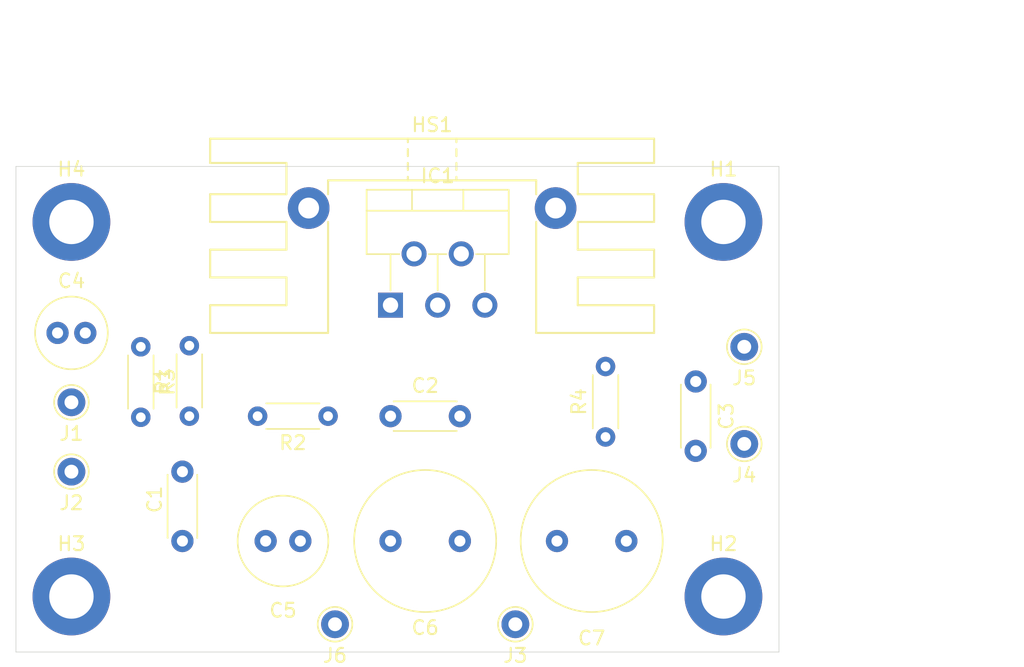
<source format=kicad_pcb>
(kicad_pcb (version 20171130) (host pcbnew "(5.1.5)-3")

  (general
    (thickness 1.6)
    (drawings 6)
    (tracks 0)
    (zones 0)
    (modules 23)
    (nets 11)
  )

  (page A4)
  (layers
    (0 F.Cu signal)
    (31 B.Cu signal)
    (32 B.Adhes user)
    (33 F.Adhes user)
    (34 B.Paste user)
    (35 F.Paste user)
    (36 B.SilkS user)
    (37 F.SilkS user)
    (38 B.Mask user)
    (39 F.Mask user)
    (40 Dwgs.User user)
    (41 Cmts.User user)
    (42 Eco1.User user)
    (43 Eco2.User user)
    (44 Edge.Cuts user)
    (45 Margin user)
    (46 B.CrtYd user)
    (47 F.CrtYd user)
    (48 B.Fab user)
    (49 F.Fab user)
  )

  (setup
    (last_trace_width 0.25)
    (trace_clearance 0.2)
    (zone_clearance 0.508)
    (zone_45_only no)
    (trace_min 0.2)
    (via_size 0.8)
    (via_drill 0.4)
    (via_min_size 0.4)
    (via_min_drill 0.3)
    (uvia_size 0.3)
    (uvia_drill 0.1)
    (uvias_allowed no)
    (uvia_min_size 0.2)
    (uvia_min_drill 0.1)
    (edge_width 0.05)
    (segment_width 0.2)
    (pcb_text_width 0.3)
    (pcb_text_size 1.5 1.5)
    (mod_edge_width 0.12)
    (mod_text_size 1 1)
    (mod_text_width 0.15)
    (pad_size 1.524 1.524)
    (pad_drill 0.762)
    (pad_to_mask_clearance 0.051)
    (solder_mask_min_width 0.25)
    (aux_axis_origin 0 0)
    (visible_elements FFFFFF7F)
    (pcbplotparams
      (layerselection 0x010fc_ffffffff)
      (usegerberextensions false)
      (usegerberattributes false)
      (usegerberadvancedattributes false)
      (creategerberjobfile false)
      (excludeedgelayer true)
      (linewidth 0.100000)
      (plotframeref false)
      (viasonmask false)
      (mode 1)
      (useauxorigin false)
      (hpglpennumber 1)
      (hpglpenspeed 20)
      (hpglpendiameter 15.000000)
      (psnegative false)
      (psa4output false)
      (plotreference true)
      (plotvalue true)
      (plotinvisibletext false)
      (padsonsilk false)
      (subtractmaskfromsilk false)
      (outputformat 1)
      (mirror false)
      (drillshape 1)
      (scaleselection 1)
      (outputdirectory ""))
  )

  (net 0 "")
  (net 1 "Net-(C1-Pad2)")
  (net 2 "Net-(C1-Pad1)")
  (net 3 GNDD)
  (net 4 "Net-(C2-Pad1)")
  (net 5 "Net-(C3-Pad2)")
  (net 6 "Net-(C3-Pad1)")
  (net 7 "Net-(C4-Pad2)")
  (net 8 "Net-(C4-Pad1)")
  (net 9 "Net-(C5-Pad2)")
  (net 10 "Net-(C7-Pad2)")

  (net_class Default "This is the default net class."
    (clearance 0.2)
    (trace_width 0.25)
    (via_dia 0.8)
    (via_drill 0.4)
    (uvia_dia 0.3)
    (uvia_drill 0.1)
    (add_net GNDD)
    (add_net "Net-(C1-Pad1)")
    (add_net "Net-(C1-Pad2)")
    (add_net "Net-(C2-Pad1)")
    (add_net "Net-(C3-Pad1)")
    (add_net "Net-(C3-Pad2)")
    (add_net "Net-(C4-Pad1)")
    (add_net "Net-(C4-Pad2)")
    (add_net "Net-(C5-Pad2)")
    (add_net "Net-(C7-Pad2)")
  )

  (module Resistor_THT:R_Axial_DIN0204_L3.6mm_D1.6mm_P5.08mm_Horizontal (layer F.Cu) (tedit 5AE5139B) (tstamp 5E3E3F49)
    (at 142.5 119.5 90)
    (descr "Resistor, Axial_DIN0204 series, Axial, Horizontal, pin pitch=5.08mm, 0.167W, length*diameter=3.6*1.6mm^2, http://cdn-reichelt.de/documents/datenblatt/B400/1_4W%23YAG.pdf")
    (tags "Resistor Axial_DIN0204 series Axial Horizontal pin pitch 5.08mm 0.167W length 3.6mm diameter 1.6mm")
    (path /5E3F254F)
    (fp_text reference R4 (at 2.54 -1.92 90) (layer F.SilkS)
      (effects (font (size 1 1) (thickness 0.15)))
    )
    (fp_text value 1 (at 2.54 1.92 90) (layer F.Fab)
      (effects (font (size 1 1) (thickness 0.15)))
    )
    (fp_text user %R (at 2.54 0 90) (layer F.Fab)
      (effects (font (size 0.72 0.72) (thickness 0.108)))
    )
    (fp_line (start 6.03 -1.05) (end -0.95 -1.05) (layer F.CrtYd) (width 0.05))
    (fp_line (start 6.03 1.05) (end 6.03 -1.05) (layer F.CrtYd) (width 0.05))
    (fp_line (start -0.95 1.05) (end 6.03 1.05) (layer F.CrtYd) (width 0.05))
    (fp_line (start -0.95 -1.05) (end -0.95 1.05) (layer F.CrtYd) (width 0.05))
    (fp_line (start 0.62 0.92) (end 4.46 0.92) (layer F.SilkS) (width 0.12))
    (fp_line (start 0.62 -0.92) (end 4.46 -0.92) (layer F.SilkS) (width 0.12))
    (fp_line (start 5.08 0) (end 4.34 0) (layer F.Fab) (width 0.1))
    (fp_line (start 0 0) (end 0.74 0) (layer F.Fab) (width 0.1))
    (fp_line (start 4.34 -0.8) (end 0.74 -0.8) (layer F.Fab) (width 0.1))
    (fp_line (start 4.34 0.8) (end 4.34 -0.8) (layer F.Fab) (width 0.1))
    (fp_line (start 0.74 0.8) (end 4.34 0.8) (layer F.Fab) (width 0.1))
    (fp_line (start 0.74 -0.8) (end 0.74 0.8) (layer F.Fab) (width 0.1))
    (pad 2 thru_hole oval (at 5.08 0 90) (size 1.4 1.4) (drill 0.7) (layers *.Cu *.Mask)
      (net 6 "Net-(C3-Pad1)"))
    (pad 1 thru_hole circle (at 0 0 90) (size 1.4 1.4) (drill 0.7) (layers *.Cu *.Mask)
      (net 3 GNDD))
    (model ${KISYS3DMOD}/Resistor_THT.3dshapes/R_Axial_DIN0204_L3.6mm_D1.6mm_P5.08mm_Horizontal.wrl
      (at (xyz 0 0 0))
      (scale (xyz 1 1 1))
      (rotate (xyz 0 0 0))
    )
  )

  (module Resistor_THT:R_Axial_DIN0204_L3.6mm_D1.6mm_P5.08mm_Horizontal (layer F.Cu) (tedit 5AE5139B) (tstamp 5E3E3F3B)
    (at 109 113 270)
    (descr "Resistor, Axial_DIN0204 series, Axial, Horizontal, pin pitch=5.08mm, 0.167W, length*diameter=3.6*1.6mm^2, http://cdn-reichelt.de/documents/datenblatt/B400/1_4W%23YAG.pdf")
    (tags "Resistor Axial_DIN0204 series Axial Horizontal pin pitch 5.08mm 0.167W length 3.6mm diameter 1.6mm")
    (path /5E3EAEA7)
    (fp_text reference R3 (at 2.54 -1.92 90) (layer F.SilkS)
      (effects (font (size 1 1) (thickness 0.15)))
    )
    (fp_text value 100 (at 2.54 1.92 90) (layer F.Fab)
      (effects (font (size 1 1) (thickness 0.15)))
    )
    (fp_text user %R (at 2.54 0 90) (layer F.Fab)
      (effects (font (size 0.72 0.72) (thickness 0.108)))
    )
    (fp_line (start 6.03 -1.05) (end -0.95 -1.05) (layer F.CrtYd) (width 0.05))
    (fp_line (start 6.03 1.05) (end 6.03 -1.05) (layer F.CrtYd) (width 0.05))
    (fp_line (start -0.95 1.05) (end 6.03 1.05) (layer F.CrtYd) (width 0.05))
    (fp_line (start -0.95 -1.05) (end -0.95 1.05) (layer F.CrtYd) (width 0.05))
    (fp_line (start 0.62 0.92) (end 4.46 0.92) (layer F.SilkS) (width 0.12))
    (fp_line (start 0.62 -0.92) (end 4.46 -0.92) (layer F.SilkS) (width 0.12))
    (fp_line (start 5.08 0) (end 4.34 0) (layer F.Fab) (width 0.1))
    (fp_line (start 0 0) (end 0.74 0) (layer F.Fab) (width 0.1))
    (fp_line (start 4.34 -0.8) (end 0.74 -0.8) (layer F.Fab) (width 0.1))
    (fp_line (start 4.34 0.8) (end 4.34 -0.8) (layer F.Fab) (width 0.1))
    (fp_line (start 0.74 0.8) (end 4.34 0.8) (layer F.Fab) (width 0.1))
    (fp_line (start 0.74 -0.8) (end 0.74 0.8) (layer F.Fab) (width 0.1))
    (pad 2 thru_hole oval (at 5.08 0 270) (size 1.4 1.4) (drill 0.7) (layers *.Cu *.Mask)
      (net 2 "Net-(C1-Pad1)"))
    (pad 1 thru_hole circle (at 0 0 270) (size 1.4 1.4) (drill 0.7) (layers *.Cu *.Mask)
      (net 10 "Net-(C7-Pad2)"))
    (model ${KISYS3DMOD}/Resistor_THT.3dshapes/R_Axial_DIN0204_L3.6mm_D1.6mm_P5.08mm_Horizontal.wrl
      (at (xyz 0 0 0))
      (scale (xyz 1 1 1))
      (rotate (xyz 0 0 0))
    )
  )

  (module Resistor_THT:R_Axial_DIN0204_L3.6mm_D1.6mm_P5.08mm_Horizontal (layer F.Cu) (tedit 5AE5139B) (tstamp 5E3E3F24)
    (at 122.5 118 180)
    (descr "Resistor, Axial_DIN0204 series, Axial, Horizontal, pin pitch=5.08mm, 0.167W, length*diameter=3.6*1.6mm^2, http://cdn-reichelt.de/documents/datenblatt/B400/1_4W%23YAG.pdf")
    (tags "Resistor Axial_DIN0204 series Axial Horizontal pin pitch 5.08mm 0.167W length 3.6mm diameter 1.6mm")
    (path /5E3EBF18)
    (fp_text reference R2 (at 2.54 -1.92) (layer F.SilkS)
      (effects (font (size 1 1) (thickness 0.15)))
    )
    (fp_text value 4,7 (at 2.54 1.92) (layer F.Fab)
      (effects (font (size 1 1) (thickness 0.15)))
    )
    (fp_text user %R (at 2.54 0 90) (layer F.Fab)
      (effects (font (size 0.72 0.72) (thickness 0.108)))
    )
    (fp_line (start 6.03 -1.05) (end -0.95 -1.05) (layer F.CrtYd) (width 0.05))
    (fp_line (start 6.03 1.05) (end 6.03 -1.05) (layer F.CrtYd) (width 0.05))
    (fp_line (start -0.95 1.05) (end 6.03 1.05) (layer F.CrtYd) (width 0.05))
    (fp_line (start -0.95 -1.05) (end -0.95 1.05) (layer F.CrtYd) (width 0.05))
    (fp_line (start 0.62 0.92) (end 4.46 0.92) (layer F.SilkS) (width 0.12))
    (fp_line (start 0.62 -0.92) (end 4.46 -0.92) (layer F.SilkS) (width 0.12))
    (fp_line (start 5.08 0) (end 4.34 0) (layer F.Fab) (width 0.1))
    (fp_line (start 0 0) (end 0.74 0) (layer F.Fab) (width 0.1))
    (fp_line (start 4.34 -0.8) (end 0.74 -0.8) (layer F.Fab) (width 0.1))
    (fp_line (start 4.34 0.8) (end 4.34 -0.8) (layer F.Fab) (width 0.1))
    (fp_line (start 0.74 0.8) (end 4.34 0.8) (layer F.Fab) (width 0.1))
    (fp_line (start 0.74 -0.8) (end 0.74 0.8) (layer F.Fab) (width 0.1))
    (pad 2 thru_hole oval (at 5.08 0 180) (size 1.4 1.4) (drill 0.7) (layers *.Cu *.Mask)
      (net 9 "Net-(C5-Pad2)"))
    (pad 1 thru_hole circle (at 0 0 180) (size 1.4 1.4) (drill 0.7) (layers *.Cu *.Mask)
      (net 3 GNDD))
    (model ${KISYS3DMOD}/Resistor_THT.3dshapes/R_Axial_DIN0204_L3.6mm_D1.6mm_P5.08mm_Horizontal.wrl
      (at (xyz 0 0 0))
      (scale (xyz 1 1 1))
      (rotate (xyz 0 0 0))
    )
  )

  (module Resistor_THT:R_Axial_DIN0204_L3.6mm_D1.6mm_P5.08mm_Horizontal (layer F.Cu) (tedit 5AE5139B) (tstamp 5E3E3F0D)
    (at 112.5 118 90)
    (descr "Resistor, Axial_DIN0204 series, Axial, Horizontal, pin pitch=5.08mm, 0.167W, length*diameter=3.6*1.6mm^2, http://cdn-reichelt.de/documents/datenblatt/B400/1_4W%23YAG.pdf")
    (tags "Resistor Axial_DIN0204 series Axial Horizontal pin pitch 5.08mm 0.167W length 3.6mm diameter 1.6mm")
    (path /5E3EBC4E)
    (fp_text reference R1 (at 2.54 -1.92 90) (layer F.SilkS)
      (effects (font (size 1 1) (thickness 0.15)))
    )
    (fp_text value 470 (at 2.54 1.92 90) (layer F.Fab)
      (effects (font (size 1 1) (thickness 0.15)))
    )
    (fp_text user %R (at 2.54 0 90) (layer F.Fab)
      (effects (font (size 0.72 0.72) (thickness 0.108)))
    )
    (fp_line (start 6.03 -1.05) (end -0.95 -1.05) (layer F.CrtYd) (width 0.05))
    (fp_line (start 6.03 1.05) (end 6.03 -1.05) (layer F.CrtYd) (width 0.05))
    (fp_line (start -0.95 1.05) (end 6.03 1.05) (layer F.CrtYd) (width 0.05))
    (fp_line (start -0.95 -1.05) (end -0.95 1.05) (layer F.CrtYd) (width 0.05))
    (fp_line (start 0.62 0.92) (end 4.46 0.92) (layer F.SilkS) (width 0.12))
    (fp_line (start 0.62 -0.92) (end 4.46 -0.92) (layer F.SilkS) (width 0.12))
    (fp_line (start 5.08 0) (end 4.34 0) (layer F.Fab) (width 0.1))
    (fp_line (start 0 0) (end 0.74 0) (layer F.Fab) (width 0.1))
    (fp_line (start 4.34 -0.8) (end 0.74 -0.8) (layer F.Fab) (width 0.1))
    (fp_line (start 4.34 0.8) (end 4.34 -0.8) (layer F.Fab) (width 0.1))
    (fp_line (start 0.74 0.8) (end 4.34 0.8) (layer F.Fab) (width 0.1))
    (fp_line (start 0.74 -0.8) (end 0.74 0.8) (layer F.Fab) (width 0.1))
    (pad 2 thru_hole oval (at 5.08 0 90) (size 1.4 1.4) (drill 0.7) (layers *.Cu *.Mask)
      (net 10 "Net-(C7-Pad2)"))
    (pad 1 thru_hole circle (at 0 0 90) (size 1.4 1.4) (drill 0.7) (layers *.Cu *.Mask)
      (net 9 "Net-(C5-Pad2)"))
    (model ${KISYS3DMOD}/Resistor_THT.3dshapes/R_Axial_DIN0204_L3.6mm_D1.6mm_P5.08mm_Horizontal.wrl
      (at (xyz 0 0 0))
      (scale (xyz 1 1 1))
      (rotate (xyz 0 0 0))
    )
  )

  (module Heatsink:Heatsink_Stonecold_HS-132_32x14mm_2xFixation1.5mm (layer F.Cu) (tedit 5A1FFA20) (tstamp 5E3E5A51)
    (at 130 103)
    (descr "Heatsink, StoneCold HS")
    (tags heatsink)
    (path /5E421356)
    (fp_text reference HS1 (at 0 -6) (layer F.SilkS)
      (effects (font (size 1 1) (thickness 0.15)))
    )
    (fp_text value Heatsink (at 0 10) (layer F.Fab)
      (effects (font (size 1 1) (thickness 0.15)))
    )
    (fp_line (start 15.75 -4.75) (end -15.75 -4.75) (layer F.Fab) (width 0.1))
    (fp_line (start 15.75 -3.5) (end 15.75 -4.75) (layer F.Fab) (width 0.1))
    (fp_line (start 10.25 -3.5) (end 15.75 -3.5) (layer F.Fab) (width 0.1))
    (fp_line (start 10.25 -0.75) (end 10.25 -3.5) (layer F.Fab) (width 0.1))
    (fp_line (start 15.75 -0.75) (end 10.25 -0.75) (layer F.Fab) (width 0.1))
    (fp_line (start 15.75 0.75) (end 15.75 -0.75) (layer F.Fab) (width 0.1))
    (fp_line (start 10.25 0.75) (end 15.75 0.75) (layer F.Fab) (width 0.1))
    (fp_line (start 10.25 3.25) (end 10.25 0.75) (layer F.Fab) (width 0.1))
    (fp_line (start 15.75 3.25) (end 10.25 3.25) (layer F.Fab) (width 0.1))
    (fp_line (start 15.75 4.75) (end 15.75 3.25) (layer F.Fab) (width 0.1))
    (fp_line (start 10.25 4.75) (end 15.75 4.75) (layer F.Fab) (width 0.1))
    (fp_line (start 10.25 7.25) (end 10.25 4.75) (layer F.Fab) (width 0.1))
    (fp_line (start 15.75 7.25) (end 10.25 7.25) (layer F.Fab) (width 0.1))
    (fp_line (start 15.75 8.75) (end 15.75 7.25) (layer F.Fab) (width 0.1))
    (fp_line (start 7.75 8.75) (end 15.75 8.75) (layer F.Fab) (width 0.1))
    (fp_line (start 7.75 -2.25) (end 7.75 8.75) (layer F.Fab) (width 0.1))
    (fp_line (start -7.75 -2.25) (end 7.75 -2.25) (layer F.Fab) (width 0.1))
    (fp_line (start -7.75 8.75) (end -7.75 -2.25) (layer F.Fab) (width 0.1))
    (fp_line (start -15.75 8.75) (end -7.75 8.75) (layer F.Fab) (width 0.1))
    (fp_line (start -15.75 7.25) (end -15.75 8.75) (layer F.Fab) (width 0.1))
    (fp_line (start -10.25 7.25) (end -15.75 7.25) (layer F.Fab) (width 0.1))
    (fp_line (start -10.25 4.75) (end -10.25 7.25) (layer F.Fab) (width 0.1))
    (fp_line (start -15.75 4.75) (end -10.25 4.75) (layer F.Fab) (width 0.1))
    (fp_line (start -15.75 3.25) (end -15.75 4.75) (layer F.Fab) (width 0.1))
    (fp_line (start -10.25 3.25) (end -15.75 3.25) (layer F.Fab) (width 0.1))
    (fp_line (start -10.25 0.75) (end -10.25 3.25) (layer F.Fab) (width 0.1))
    (fp_line (start -15.75 0.75) (end -10.25 0.75) (layer F.Fab) (width 0.1))
    (fp_line (start -15.75 -0.75) (end -15.75 0.75) (layer F.Fab) (width 0.1))
    (fp_line (start -10.25 -0.75) (end -15.75 -0.75) (layer F.Fab) (width 0.1))
    (fp_line (start -10.25 -3.5) (end -10.25 -0.75) (layer F.Fab) (width 0.1))
    (fp_line (start -15.75 -3.5) (end -10.25 -3.5) (layer F.Fab) (width 0.1))
    (fp_line (start -15.75 -4.75) (end -15.75 -3.5) (layer F.Fab) (width 0.1))
    (fp_line (start 16 9) (end -16 9) (layer F.CrtYd) (width 0.05))
    (fp_line (start 16 9) (end 16 -5) (layer F.CrtYd) (width 0.05))
    (fp_line (start -16 -5) (end -16 9) (layer F.CrtYd) (width 0.05))
    (fp_line (start -16 -5) (end 16 -5) (layer F.CrtYd) (width 0.05))
    (fp_line (start -16 -5) (end 16 -5) (layer F.SilkS) (width 0.15))
    (fp_line (start -7.5 -2) (end 7.5 -2) (layer F.SilkS) (width 0.15))
    (fp_line (start -7.5 9) (end -16 9) (layer F.SilkS) (width 0.15))
    (fp_line (start 7.5 9) (end 16 9) (layer F.SilkS) (width 0.15))
    (fp_line (start 7.5 -2) (end 7.5 -1) (layer F.SilkS) (width 0.15))
    (fp_line (start -7.5 -2) (end -7.5 -1) (layer F.SilkS) (width 0.15))
    (fp_line (start -7.5 1) (end -7.5 9) (layer F.SilkS) (width 0.15))
    (fp_line (start 7.5 1) (end 7.5 9) (layer F.SilkS) (width 0.15))
    (fp_line (start -10.5 -1) (end -16 -1) (layer F.SilkS) (width 0.15))
    (fp_line (start -16 1) (end -10.5 1) (layer F.SilkS) (width 0.15))
    (fp_line (start 10.5 -1) (end 16 -1) (layer F.SilkS) (width 0.15))
    (fp_line (start 10.5 1) (end 16 1) (layer F.SilkS) (width 0.15))
    (fp_line (start 10.5 -3.25) (end 16 -3.25) (layer F.SilkS) (width 0.15))
    (fp_line (start 10.5 7) (end 16 7) (layer F.SilkS) (width 0.15))
    (fp_line (start 10.5 3) (end 16 3) (layer F.SilkS) (width 0.15))
    (fp_line (start 10.5 5) (end 16 5) (layer F.SilkS) (width 0.15))
    (fp_line (start -10.5 7) (end -16 7) (layer F.SilkS) (width 0.15))
    (fp_line (start -16 5) (end -10.5 5) (layer F.SilkS) (width 0.15))
    (fp_line (start -10.5 3) (end -16 3) (layer F.SilkS) (width 0.15))
    (fp_line (start -10.5 -3.25) (end -16 -3.25) (layer F.SilkS) (width 0.15))
    (fp_line (start 16 -5) (end 16 -3.25) (layer F.SilkS) (width 0.15))
    (fp_line (start -16 -3.25) (end -16 -5) (layer F.SilkS) (width 0.15))
    (fp_line (start -10.5 -3.25) (end -10.5 -1) (layer F.SilkS) (width 0.15))
    (fp_line (start -10.5 1) (end -10.5 3) (layer F.SilkS) (width 0.15))
    (fp_line (start -16 -1) (end -16 1) (layer F.SilkS) (width 0.15))
    (fp_line (start -16 3) (end -16 5) (layer F.SilkS) (width 0.15))
    (fp_line (start -10.5 5) (end -10.5 7) (layer F.SilkS) (width 0.15))
    (fp_line (start -16 7) (end -16 9) (layer F.SilkS) (width 0.15))
    (fp_line (start 10.5 5) (end 10.5 7) (layer F.SilkS) (width 0.15))
    (fp_line (start 10.5 1) (end 10.5 3) (layer F.SilkS) (width 0.15))
    (fp_line (start 10.5 -3.25) (end 10.5 -1) (layer F.SilkS) (width 0.15))
    (fp_line (start 16 -1) (end 16 1) (layer F.SilkS) (width 0.15))
    (fp_line (start 16 3) (end 16 5) (layer F.SilkS) (width 0.15))
    (fp_line (start 16 7) (end 16 9) (layer F.SilkS) (width 0.15))
    (fp_line (start -1.75 -4.25) (end -1.75 -3.75) (layer F.SilkS) (width 0.15))
    (fp_line (start -1.75 -3.25) (end -1.75 -2.75) (layer F.SilkS) (width 0.15))
    (fp_line (start 1.75 -4.25) (end 1.75 -3.75) (layer F.SilkS) (width 0.15))
    (fp_line (start 1.75 -3.25) (end 1.75 -2.75) (layer F.SilkS) (width 0.15))
    (fp_line (start 1.75 -2.25) (end 1.75 -2) (layer F.SilkS) (width 0.15))
    (fp_line (start -1.75 -2.25) (end -1.75 -2) (layer F.SilkS) (width 0.15))
    (fp_line (start -1.75 -4.75) (end -1.75 -5) (layer F.SilkS) (width 0.15))
    (fp_line (start 1.75 -4.75) (end 1.75 -5) (layer F.SilkS) (width 0.15))
    (fp_text user %R (at 0 0) (layer F.Fab)
      (effects (font (size 1 1) (thickness 0.15)))
    )
    (pad 1 thru_hole circle (at 8.9 0) (size 3 3) (drill 1.5) (layers *.Cu *.Mask))
    (pad 1 thru_hole circle (at -8.9 0) (size 3 3) (drill 1.5) (layers *.Cu *.Mask))
    (model ${KISYS3DMOD}/Heatsink.3dshapes/Heatsink_Stonecold_HS-132_32x14mm_2xFixation1.5mm.wrl
      (at (xyz 0 0 0))
      (scale (xyz 1 1 1))
      (rotate (xyz 0 0 0))
    )
  )

  (module Connector_Pin:Pin_D1.0mm_L10.0mm (layer F.Cu) (tedit 5A1DC084) (tstamp 5E3E3EF6)
    (at 123 133)
    (descr "solder Pin_ diameter 1.0mm, hole diameter 1.0mm (press fit), length 10.0mm")
    (tags "solder Pin_ press fit")
    (path /5E3F0ABF)
    (fp_text reference J6 (at 0 2.25) (layer F.SilkS)
      (effects (font (size 1 1) (thickness 0.15)))
    )
    (fp_text value GND (at 0 -2.05) (layer F.Fab)
      (effects (font (size 1 1) (thickness 0.15)))
    )
    (fp_circle (center 0 0) (end 1.25 0.05) (layer F.SilkS) (width 0.12))
    (fp_circle (center 0 0) (end 1 0) (layer F.Fab) (width 0.12))
    (fp_circle (center 0 0) (end 0.5 0) (layer F.Fab) (width 0.12))
    (fp_circle (center 0 0) (end 1.5 0) (layer F.CrtYd) (width 0.05))
    (fp_text user %R (at 0 2.25) (layer F.Fab)
      (effects (font (size 1 1) (thickness 0.15)))
    )
    (pad 1 thru_hole circle (at 0 0) (size 2 2) (drill 1) (layers *.Cu *.Mask)
      (net 3 GNDD))
    (model ${KISYS3DMOD}/Connector_Pin.3dshapes/Pin_D1.0mm_L10.0mm.wrl
      (at (xyz 0 0 0))
      (scale (xyz 1 1 1))
      (rotate (xyz 0 0 0))
    )
  )

  (module Connector_Pin:Pin_D1.0mm_L10.0mm (layer F.Cu) (tedit 5A1DC084) (tstamp 5E3E3EEC)
    (at 152.5 113)
    (descr "solder Pin_ diameter 1.0mm, hole diameter 1.0mm (press fit), length 10.0mm")
    (tags "solder Pin_ press fit")
    (path /5E3F0488)
    (fp_text reference J5 (at 0 2.25) (layer F.SilkS)
      (effects (font (size 1 1) (thickness 0.15)))
    )
    (fp_text value HP (at 0 -2.05) (layer F.Fab)
      (effects (font (size 1 1) (thickness 0.15)))
    )
    (fp_circle (center 0 0) (end 1.25 0.05) (layer F.SilkS) (width 0.12))
    (fp_circle (center 0 0) (end 1 0) (layer F.Fab) (width 0.12))
    (fp_circle (center 0 0) (end 0.5 0) (layer F.Fab) (width 0.12))
    (fp_circle (center 0 0) (end 1.5 0) (layer F.CrtYd) (width 0.05))
    (fp_text user %R (at 0 2.25) (layer F.Fab)
      (effects (font (size 1 1) (thickness 0.15)))
    )
    (pad 1 thru_hole circle (at 0 0) (size 2 2) (drill 1) (layers *.Cu *.Mask)
      (net 5 "Net-(C3-Pad2)"))
    (model ${KISYS3DMOD}/Connector_Pin.3dshapes/Pin_D1.0mm_L10.0mm.wrl
      (at (xyz 0 0 0))
      (scale (xyz 1 1 1))
      (rotate (xyz 0 0 0))
    )
  )

  (module Connector_Pin:Pin_D1.0mm_L10.0mm (layer F.Cu) (tedit 5A1DC084) (tstamp 5E3E3EE2)
    (at 152.5 120)
    (descr "solder Pin_ diameter 1.0mm, hole diameter 1.0mm (press fit), length 10.0mm")
    (tags "solder Pin_ press fit")
    (path /5E3E8A49)
    (fp_text reference J4 (at 0 2.25) (layer F.SilkS)
      (effects (font (size 1 1) (thickness 0.15)))
    )
    (fp_text value GND (at 0 -2.05) (layer F.Fab)
      (effects (font (size 1 1) (thickness 0.15)))
    )
    (fp_circle (center 0 0) (end 1.25 0.05) (layer F.SilkS) (width 0.12))
    (fp_circle (center 0 0) (end 1 0) (layer F.Fab) (width 0.12))
    (fp_circle (center 0 0) (end 0.5 0) (layer F.Fab) (width 0.12))
    (fp_circle (center 0 0) (end 1.5 0) (layer F.CrtYd) (width 0.05))
    (fp_text user %R (at 0 2.25) (layer F.Fab)
      (effects (font (size 1 1) (thickness 0.15)))
    )
    (pad 1 thru_hole circle (at 0 0) (size 2 2) (drill 1) (layers *.Cu *.Mask)
      (net 3 GNDD))
    (model ${KISYS3DMOD}/Connector_Pin.3dshapes/Pin_D1.0mm_L10.0mm.wrl
      (at (xyz 0 0 0))
      (scale (xyz 1 1 1))
      (rotate (xyz 0 0 0))
    )
  )

  (module Connector_Pin:Pin_D1.0mm_L10.0mm (layer F.Cu) (tedit 5A1DC084) (tstamp 5E3E3ED8)
    (at 136 133)
    (descr "solder Pin_ diameter 1.0mm, hole diameter 1.0mm (press fit), length 10.0mm")
    (tags "solder Pin_ press fit")
    (path /5E3E7BEC)
    (fp_text reference J3 (at 0 2.25) (layer F.SilkS)
      (effects (font (size 1 1) (thickness 0.15)))
    )
    (fp_text value POWER (at 0 -2.05) (layer F.Fab)
      (effects (font (size 1 1) (thickness 0.15)))
    )
    (fp_circle (center 0 0) (end 1.25 0.05) (layer F.SilkS) (width 0.12))
    (fp_circle (center 0 0) (end 1 0) (layer F.Fab) (width 0.12))
    (fp_circle (center 0 0) (end 0.5 0) (layer F.Fab) (width 0.12))
    (fp_circle (center 0 0) (end 1.5 0) (layer F.CrtYd) (width 0.05))
    (fp_text user %R (at 0 2.25) (layer F.Fab)
      (effects (font (size 1 1) (thickness 0.15)))
    )
    (pad 1 thru_hole circle (at 0 0) (size 2 2) (drill 1) (layers *.Cu *.Mask)
      (net 4 "Net-(C2-Pad1)"))
    (model ${KISYS3DMOD}/Connector_Pin.3dshapes/Pin_D1.0mm_L10.0mm.wrl
      (at (xyz 0 0 0))
      (scale (xyz 1 1 1))
      (rotate (xyz 0 0 0))
    )
  )

  (module Connector_Pin:Pin_D1.0mm_L10.0mm (layer F.Cu) (tedit 5A1DC084) (tstamp 5E3E3ECE)
    (at 104 122)
    (descr "solder Pin_ diameter 1.0mm, hole diameter 1.0mm (press fit), length 10.0mm")
    (tags "solder Pin_ press fit")
    (path /5E3E9AF8)
    (fp_text reference J2 (at 0 2.25) (layer F.SilkS)
      (effects (font (size 1 1) (thickness 0.15)))
    )
    (fp_text value GND (at -3 0 270) (layer F.Fab)
      (effects (font (size 1 1) (thickness 0.15)))
    )
    (fp_circle (center 0 0) (end 1.25 0.05) (layer F.SilkS) (width 0.12))
    (fp_circle (center 0 0) (end 1 0) (layer F.Fab) (width 0.12))
    (fp_circle (center 0 0) (end 0.5 0) (layer F.Fab) (width 0.12))
    (fp_circle (center 0 0) (end 1.5 0) (layer F.CrtYd) (width 0.05))
    (fp_text user %R (at 0 2.25) (layer F.Fab)
      (effects (font (size 1 1) (thickness 0.15)))
    )
    (pad 1 thru_hole circle (at 0 0) (size 2 2) (drill 1) (layers *.Cu *.Mask)
      (net 3 GNDD))
    (model ${KISYS3DMOD}/Connector_Pin.3dshapes/Pin_D1.0mm_L10.0mm.wrl
      (at (xyz 0 0 0))
      (scale (xyz 1 1 1))
      (rotate (xyz 0 0 0))
    )
  )

  (module Connector_Pin:Pin_D1.0mm_L10.0mm (layer F.Cu) (tedit 5A1DC084) (tstamp 5E3E3EC4)
    (at 104 117)
    (descr "solder Pin_ diameter 1.0mm, hole diameter 1.0mm (press fit), length 10.0mm")
    (tags "solder Pin_ press fit")
    (path /5E3E8E94)
    (fp_text reference J1 (at 0 2.25) (layer F.SilkS)
      (effects (font (size 1 1) (thickness 0.15)))
    )
    (fp_text value IN (at -3 0 270) (layer F.Fab)
      (effects (font (size 1 1) (thickness 0.15)))
    )
    (fp_circle (center 0 0) (end 1.25 0.05) (layer F.SilkS) (width 0.12))
    (fp_circle (center 0 0) (end 1 0) (layer F.Fab) (width 0.12))
    (fp_circle (center 0 0) (end 0.5 0) (layer F.Fab) (width 0.12))
    (fp_circle (center 0 0) (end 1.5 0) (layer F.CrtYd) (width 0.05))
    (fp_text user %R (at 0 2.25) (layer F.Fab)
      (effects (font (size 1 1) (thickness 0.15)))
    )
    (pad 1 thru_hole circle (at 0 0) (size 2 2) (drill 1) (layers *.Cu *.Mask)
      (net 7 "Net-(C4-Pad2)"))
    (model ${KISYS3DMOD}/Connector_Pin.3dshapes/Pin_D1.0mm_L10.0mm.wrl
      (at (xyz 0 0 0))
      (scale (xyz 1 1 1))
      (rotate (xyz 0 0 0))
    )
  )

  (module Package_TO_SOT_THT:TO-220-5_P3.4x3.7mm_StaggerOdd_Lead3.8mm_Vertical (layer F.Cu) (tedit 5AF05A31) (tstamp 5E3E3EBA)
    (at 127 110)
    (descr "TO-220-5, Vertical, RM 1.7mm, Pentawatt, Multiwatt-5, staggered type-1, see http://www.analog.com/media/en/package-pcb-resources/package/pkg_pdf/ltc-legacy-to-220/to-220_5_05-08-1421.pdf?domain=www.linear.com, https://www.diodes.com/assets/Package-Files/TO220-5.pdf")
    (tags "TO-220-5 Vertical RM 1.7mm Pentawatt Multiwatt-5 staggered type-1")
    (path /5E3DFDCE)
    (fp_text reference IC1 (at 3.4 -9.32) (layer F.SilkS)
      (effects (font (size 1 1) (thickness 0.15)))
    )
    (fp_text value TDA2003 (at 3.4 2.15) (layer F.Fab)
      (effects (font (size 1 1) (thickness 0.15)))
    )
    (fp_text user %R (at 3.4 -9.32) (layer F.Fab)
      (effects (font (size 1 1) (thickness 0.15)))
    )
    (fp_line (start 8.65 -8.45) (end -1.85 -8.45) (layer F.CrtYd) (width 0.05))
    (fp_line (start 8.65 1.15) (end 8.65 -8.45) (layer F.CrtYd) (width 0.05))
    (fp_line (start -1.85 1.15) (end 8.65 1.15) (layer F.CrtYd) (width 0.05))
    (fp_line (start -1.85 -8.45) (end -1.85 1.15) (layer F.CrtYd) (width 0.05))
    (fp_line (start 6.8 -3.679) (end 6.8 -1.065) (layer F.SilkS) (width 0.12))
    (fp_line (start 3.4 -3.679) (end 3.4 -1.065) (layer F.SilkS) (width 0.12))
    (fp_line (start 0 -3.679) (end 0 -1.049) (layer F.SilkS) (width 0.12))
    (fp_line (start 5.25 -8.32) (end 5.25 -6.811) (layer F.SilkS) (width 0.12))
    (fp_line (start 1.55 -8.32) (end 1.55 -6.811) (layer F.SilkS) (width 0.12))
    (fp_line (start -1.721 -6.811) (end 8.52 -6.811) (layer F.SilkS) (width 0.12))
    (fp_line (start 8.52 -8.32) (end 8.52 -3.679) (layer F.SilkS) (width 0.12))
    (fp_line (start -1.721 -8.32) (end -1.721 -3.679) (layer F.SilkS) (width 0.12))
    (fp_line (start 6.165 -3.679) (end 8.52 -3.679) (layer F.SilkS) (width 0.12))
    (fp_line (start 2.765 -3.679) (end 4.035 -3.679) (layer F.SilkS) (width 0.12))
    (fp_line (start -1.721 -3.679) (end 0.635 -3.679) (layer F.SilkS) (width 0.12))
    (fp_line (start -1.721 -8.32) (end 8.52 -8.32) (layer F.SilkS) (width 0.12))
    (fp_line (start 6.8 -3.8) (end 6.8 0) (layer F.Fab) (width 0.1))
    (fp_line (start 5.1 -3.8) (end 5.1 -3.7) (layer F.Fab) (width 0.1))
    (fp_line (start 3.4 -3.8) (end 3.4 0) (layer F.Fab) (width 0.1))
    (fp_line (start 1.7 -3.8) (end 1.7 -3.7) (layer F.Fab) (width 0.1))
    (fp_line (start 0 -3.8) (end 0 0) (layer F.Fab) (width 0.1))
    (fp_line (start 5.25 -8.2) (end 5.25 -6.93) (layer F.Fab) (width 0.1))
    (fp_line (start 1.55 -8.2) (end 1.55 -6.93) (layer F.Fab) (width 0.1))
    (fp_line (start -1.6 -6.93) (end 8.4 -6.93) (layer F.Fab) (width 0.1))
    (fp_line (start 8.4 -8.2) (end -1.6 -8.2) (layer F.Fab) (width 0.1))
    (fp_line (start 8.4 -3.8) (end 8.4 -8.2) (layer F.Fab) (width 0.1))
    (fp_line (start -1.6 -3.8) (end 8.4 -3.8) (layer F.Fab) (width 0.1))
    (fp_line (start -1.6 -8.2) (end -1.6 -3.8) (layer F.Fab) (width 0.1))
    (pad 5 thru_hole oval (at 6.8 0) (size 1.8 1.8) (drill 1.1) (layers *.Cu *.Mask)
      (net 4 "Net-(C2-Pad1)"))
    (pad 4 thru_hole oval (at 5.1 -3.7) (size 1.8 1.8) (drill 1.1) (layers *.Cu *.Mask)
      (net 10 "Net-(C7-Pad2)"))
    (pad 3 thru_hole oval (at 3.4 0) (size 1.8 1.8) (drill 1.1) (layers *.Cu *.Mask)
      (net 3 GNDD))
    (pad 2 thru_hole oval (at 1.7 -3.7) (size 1.8 1.8) (drill 1.1) (layers *.Cu *.Mask)
      (net 1 "Net-(C1-Pad2)"))
    (pad 1 thru_hole rect (at 0 0) (size 1.8 1.8) (drill 1.1) (layers *.Cu *.Mask)
      (net 8 "Net-(C4-Pad1)"))
    (model ${KISYS3DMOD}/Package_TO_SOT_THT.3dshapes/TO-220-5_P3.4x3.7mm_StaggerOdd_Lead3.8mm_Vertical.wrl
      (at (xyz 0 0 0))
      (scale (xyz 1 1 1))
      (rotate (xyz 0 0 0))
    )
  )

  (module MountingHole:MountingHole_3.2mm_M3_DIN965_Pad (layer F.Cu) (tedit 56D1B4CB) (tstamp 5E3E3E94)
    (at 104 104)
    (descr "Mounting Hole 3.2mm, M3, DIN965")
    (tags "mounting hole 3.2mm m3 din965")
    (path /5E3DF677)
    (attr virtual)
    (fp_text reference H4 (at 0 -3.8) (layer F.SilkS)
      (effects (font (size 1 1) (thickness 0.15)))
    )
    (fp_text value MountingHole (at 0 3.8) (layer F.Fab)
      (effects (font (size 1 1) (thickness 0.15)))
    )
    (fp_circle (center 0 0) (end 3.05 0) (layer F.CrtYd) (width 0.05))
    (fp_circle (center 0 0) (end 2.8 0) (layer Cmts.User) (width 0.15))
    (fp_text user %R (at 0.3 0) (layer F.Fab)
      (effects (font (size 1 1) (thickness 0.15)))
    )
    (pad 1 thru_hole circle (at 0 0) (size 5.6 5.6) (drill 3.2) (layers *.Cu *.Mask))
  )

  (module MountingHole:MountingHole_3.2mm_M3_DIN965_Pad (layer F.Cu) (tedit 56D1B4CB) (tstamp 5E3E3E8C)
    (at 104 131)
    (descr "Mounting Hole 3.2mm, M3, DIN965")
    (tags "mounting hole 3.2mm m3 din965")
    (path /5E3DF3AA)
    (attr virtual)
    (fp_text reference H3 (at 0 -3.8) (layer F.SilkS)
      (effects (font (size 1 1) (thickness 0.15)))
    )
    (fp_text value MountingHole (at 0 3.8) (layer F.Fab)
      (effects (font (size 1 1) (thickness 0.15)))
    )
    (fp_circle (center 0 0) (end 3.05 0) (layer F.CrtYd) (width 0.05))
    (fp_circle (center 0 0) (end 2.8 0) (layer Cmts.User) (width 0.15))
    (fp_text user %R (at 0.3 0) (layer F.Fab)
      (effects (font (size 1 1) (thickness 0.15)))
    )
    (pad 1 thru_hole circle (at 0 0) (size 5.6 5.6) (drill 3.2) (layers *.Cu *.Mask))
  )

  (module MountingHole:MountingHole_3.2mm_M3_DIN965_Pad (layer F.Cu) (tedit 56D1B4CB) (tstamp 5E3E3E84)
    (at 151 131)
    (descr "Mounting Hole 3.2mm, M3, DIN965")
    (tags "mounting hole 3.2mm m3 din965")
    (path /5E3DEE9B)
    (attr virtual)
    (fp_text reference H2 (at 0 -3.8) (layer F.SilkS)
      (effects (font (size 1 1) (thickness 0.15)))
    )
    (fp_text value MountingHole (at 0 3.8) (layer F.Fab)
      (effects (font (size 1 1) (thickness 0.15)))
    )
    (fp_circle (center 0 0) (end 3.05 0) (layer F.CrtYd) (width 0.05))
    (fp_circle (center 0 0) (end 2.8 0) (layer Cmts.User) (width 0.15))
    (fp_text user %R (at 0.3 0) (layer F.Fab)
      (effects (font (size 1 1) (thickness 0.15)))
    )
    (pad 1 thru_hole circle (at 0 0) (size 5.6 5.6) (drill 3.2) (layers *.Cu *.Mask))
  )

  (module MountingHole:MountingHole_3.2mm_M3_DIN965_Pad (layer F.Cu) (tedit 56D1B4CB) (tstamp 5E3E41CC)
    (at 151 104)
    (descr "Mounting Hole 3.2mm, M3, DIN965")
    (tags "mounting hole 3.2mm m3 din965")
    (path /5E3DE8C3)
    (attr virtual)
    (fp_text reference H1 (at 0 -3.8) (layer F.SilkS)
      (effects (font (size 1 1) (thickness 0.15)))
    )
    (fp_text value MountingHole (at 0 3.8) (layer F.Fab)
      (effects (font (size 1 1) (thickness 0.15)))
    )
    (fp_circle (center 0 0) (end 3.05 0) (layer F.CrtYd) (width 0.05))
    (fp_circle (center 0 0) (end 2.8 0) (layer Cmts.User) (width 0.15))
    (fp_text user %R (at 0.3 0) (layer F.Fab)
      (effects (font (size 1 1) (thickness 0.15)))
    )
    (pad 1 thru_hole circle (at 0 0) (size 5.6 5.6) (drill 3.2) (layers *.Cu *.Mask))
  )

  (module Capacitor_THT:C_Radial_D10.0mm_H20.0mm_P5.00mm (layer F.Cu) (tedit 5BC5C9BA) (tstamp 5E3E3E74)
    (at 139 127)
    (descr "C, Radial series, Radial, pin pitch=5.00mm, diameter=10mm, height=20mm, Non-Polar Electrolytic Capacitor")
    (tags "C Radial series Radial pin pitch 5.00mm diameter 10mm height 20mm Non-Polar Electrolytic Capacitor")
    (path /5E3E58BC)
    (fp_text reference C7 (at 2.5 7) (layer F.SilkS)
      (effects (font (size 1 1) (thickness 0.15)))
    )
    (fp_text value 1000uF (at 2.5 -2) (layer F.Fab)
      (effects (font (size 1 1) (thickness 0.15)))
    )
    (fp_text user %R (at 2.5 0) (layer F.Fab)
      (effects (font (size 1 1) (thickness 0.15)))
    )
    (fp_circle (center 2.5 0) (end 7.75 0) (layer F.CrtYd) (width 0.05))
    (fp_circle (center 2.5 0) (end 7.62 0) (layer F.SilkS) (width 0.12))
    (fp_circle (center 2.5 0) (end 7.5 0) (layer F.Fab) (width 0.1))
    (pad 2 thru_hole circle (at 5 0) (size 1.6 1.6) (drill 0.8) (layers *.Cu *.Mask)
      (net 10 "Net-(C7-Pad2)"))
    (pad 1 thru_hole circle (at 0 0) (size 1.6 1.6) (drill 0.8) (layers *.Cu *.Mask)
      (net 5 "Net-(C3-Pad2)"))
    (model ${KISYS3DMOD}/Capacitor_THT.3dshapes/C_Radial_D10.0mm_H20.0mm_P5.00mm.wrl
      (at (xyz 0 0 0))
      (scale (xyz 1 1 1))
      (rotate (xyz 0 0 0))
    )
  )

  (module Capacitor_THT:C_Radial_D10.0mm_H20.0mm_P5.00mm (layer F.Cu) (tedit 5BC5C9BA) (tstamp 5E3E3E6A)
    (at 132 127 180)
    (descr "C, Radial series, Radial, pin pitch=5.00mm, diameter=10mm, height=20mm, Non-Polar Electrolytic Capacitor")
    (tags "C Radial series Radial pin pitch 5.00mm diameter 10mm height 20mm Non-Polar Electrolytic Capacitor")
    (path /5E3E4847)
    (fp_text reference C6 (at 2.5 -6.25) (layer F.SilkS)
      (effects (font (size 1 1) (thickness 0.15)))
    )
    (fp_text value 1000uF (at 2.5 3) (layer F.Fab)
      (effects (font (size 1 1) (thickness 0.15)))
    )
    (fp_text user %R (at 2.5 0 180) (layer F.Fab)
      (effects (font (size 1 1) (thickness 0.15)))
    )
    (fp_circle (center 2.5 0) (end 7.75 0) (layer F.CrtYd) (width 0.05))
    (fp_circle (center 2.5 0) (end 7.62 0) (layer F.SilkS) (width 0.12))
    (fp_circle (center 2.5 0) (end 7.5 0) (layer F.Fab) (width 0.1))
    (pad 2 thru_hole circle (at 5 0 180) (size 1.6 1.6) (drill 0.8) (layers *.Cu *.Mask)
      (net 3 GNDD))
    (pad 1 thru_hole circle (at 0 0 180) (size 1.6 1.6) (drill 0.8) (layers *.Cu *.Mask)
      (net 4 "Net-(C2-Pad1)"))
    (model ${KISYS3DMOD}/Capacitor_THT.3dshapes/C_Radial_D10.0mm_H20.0mm_P5.00mm.wrl
      (at (xyz 0 0 0))
      (scale (xyz 1 1 1))
      (rotate (xyz 0 0 0))
    )
  )

  (module Capacitor_THT:C_Radial_D6.3mm_H11.0mm_P2.50mm (layer F.Cu) (tedit 5BC5C9B9) (tstamp 5E3E3E60)
    (at 118 127)
    (descr "C, Radial series, Radial, pin pitch=2.50mm, diameter=6.3mm, height=11mm, Non-Polar Electrolytic Capacitor")
    (tags "C Radial series Radial pin pitch 2.50mm diameter 6.3mm height 11mm Non-Polar Electrolytic Capacitor")
    (path /5E3E6022)
    (fp_text reference C5 (at 1.25 5) (layer F.SilkS)
      (effects (font (size 1 1) (thickness 0.15)))
    )
    (fp_text value 470uF (at 1 2) (layer F.Fab)
      (effects (font (size 1 1) (thickness 0.15)))
    )
    (fp_text user %R (at 1.25 0) (layer F.Fab)
      (effects (font (size 1 1) (thickness 0.15)))
    )
    (fp_circle (center 1.25 0) (end 4.65 0) (layer F.CrtYd) (width 0.05))
    (fp_circle (center 1.25 0) (end 4.52 0) (layer F.SilkS) (width 0.12))
    (fp_circle (center 1.25 0) (end 4.4 0) (layer F.Fab) (width 0.1))
    (pad 2 thru_hole circle (at 2.5 0) (size 1.6 1.6) (drill 0.8) (layers *.Cu *.Mask)
      (net 9 "Net-(C5-Pad2)"))
    (pad 1 thru_hole circle (at 0 0) (size 1.6 1.6) (drill 0.8) (layers *.Cu *.Mask)
      (net 1 "Net-(C1-Pad2)"))
    (model ${KISYS3DMOD}/Capacitor_THT.3dshapes/C_Radial_D6.3mm_H11.0mm_P2.50mm.wrl
      (at (xyz 0 0 0))
      (scale (xyz 1 1 1))
      (rotate (xyz 0 0 0))
    )
  )

  (module Capacitor_THT:C_Radial_D5.0mm_H11.0mm_P2.00mm (layer F.Cu) (tedit 5BC5C9B9) (tstamp 5E3E3E56)
    (at 103 112)
    (descr "C, Radial series, Radial, pin pitch=2.00mm, diameter=5mm, height=11mm, Non-Polar Electrolytic Capacitor")
    (tags "C Radial series Radial pin pitch 2.00mm diameter 5mm height 11mm Non-Polar Electrolytic Capacitor")
    (path /5E3E5118)
    (fp_text reference C4 (at 1 -3.75) (layer F.SilkS)
      (effects (font (size 1 1) (thickness 0.15)))
    )
    (fp_text value 10uF (at -2 0 90) (layer F.Fab)
      (effects (font (size 1 1) (thickness 0.15)))
    )
    (fp_text user %R (at 1 0) (layer F.Fab)
      (effects (font (size 1 1) (thickness 0.15)))
    )
    (fp_circle (center 1 0) (end 3.75 0) (layer F.CrtYd) (width 0.05))
    (fp_circle (center 1 0) (end 3.62 0) (layer F.SilkS) (width 0.12))
    (fp_circle (center 1 0) (end 3.5 0) (layer F.Fab) (width 0.1))
    (pad 2 thru_hole circle (at 2 0) (size 1.6 1.6) (drill 0.8) (layers *.Cu *.Mask)
      (net 7 "Net-(C4-Pad2)"))
    (pad 1 thru_hole circle (at 0 0) (size 1.6 1.6) (drill 0.8) (layers *.Cu *.Mask)
      (net 8 "Net-(C4-Pad1)"))
    (model ${KISYS3DMOD}/Capacitor_THT.3dshapes/C_Radial_D5.0mm_H11.0mm_P2.00mm.wrl
      (at (xyz 0 0 0))
      (scale (xyz 1 1 1))
      (rotate (xyz 0 0 0))
    )
  )

  (module Capacitor_THT:C_Disc_D4.3mm_W1.9mm_P5.00mm (layer F.Cu) (tedit 5AE50EF0) (tstamp 5E3E4B21)
    (at 149 115.5 270)
    (descr "C, Disc series, Radial, pin pitch=5.00mm, , diameter*width=4.3*1.9mm^2, Capacitor, http://www.vishay.com/docs/45233/krseries.pdf")
    (tags "C Disc series Radial pin pitch 5.00mm  diameter 4.3mm width 1.9mm Capacitor")
    (path /5E3E1922)
    (fp_text reference C3 (at 2.5 -2.2 90) (layer F.SilkS)
      (effects (font (size 1 1) (thickness 0.15)))
    )
    (fp_text value 100nF (at 2.5 2.2 90) (layer F.Fab)
      (effects (font (size 1 1) (thickness 0.15)))
    )
    (fp_text user %R (at 2.5 -2 90) (layer F.Fab)
      (effects (font (size 0.86 0.86) (thickness 0.129)))
    )
    (fp_line (start 6.05 -1.2) (end -1.05 -1.2) (layer F.CrtYd) (width 0.05))
    (fp_line (start 6.05 1.2) (end 6.05 -1.2) (layer F.CrtYd) (width 0.05))
    (fp_line (start -1.05 1.2) (end 6.05 1.2) (layer F.CrtYd) (width 0.05))
    (fp_line (start -1.05 -1.2) (end -1.05 1.2) (layer F.CrtYd) (width 0.05))
    (fp_line (start 4.77 1.055) (end 4.77 1.07) (layer F.SilkS) (width 0.12))
    (fp_line (start 4.77 -1.07) (end 4.77 -1.055) (layer F.SilkS) (width 0.12))
    (fp_line (start 0.23 1.055) (end 0.23 1.07) (layer F.SilkS) (width 0.12))
    (fp_line (start 0.23 -1.07) (end 0.23 -1.055) (layer F.SilkS) (width 0.12))
    (fp_line (start 0.23 1.07) (end 4.77 1.07) (layer F.SilkS) (width 0.12))
    (fp_line (start 0.23 -1.07) (end 4.77 -1.07) (layer F.SilkS) (width 0.12))
    (fp_line (start 4.65 -0.95) (end 0.35 -0.95) (layer F.Fab) (width 0.1))
    (fp_line (start 4.65 0.95) (end 4.65 -0.95) (layer F.Fab) (width 0.1))
    (fp_line (start 0.35 0.95) (end 4.65 0.95) (layer F.Fab) (width 0.1))
    (fp_line (start 0.35 -0.95) (end 0.35 0.95) (layer F.Fab) (width 0.1))
    (pad 2 thru_hole circle (at 5 0 270) (size 1.6 1.6) (drill 0.8) (layers *.Cu *.Mask)
      (net 5 "Net-(C3-Pad2)"))
    (pad 1 thru_hole circle (at 0 0 270) (size 1.6 1.6) (drill 0.8) (layers *.Cu *.Mask)
      (net 6 "Net-(C3-Pad1)"))
    (model ${KISYS3DMOD}/Capacitor_THT.3dshapes/C_Disc_D4.3mm_W1.9mm_P5.00mm.wrl
      (at (xyz 0 0 0))
      (scale (xyz 1 1 1))
      (rotate (xyz 0 0 0))
    )
  )

  (module Capacitor_THT:C_Disc_D4.3mm_W1.9mm_P5.00mm (layer F.Cu) (tedit 5AE50EF0) (tstamp 5E3E43CC)
    (at 127 118)
    (descr "C, Disc series, Radial, pin pitch=5.00mm, , diameter*width=4.3*1.9mm^2, Capacitor, http://www.vishay.com/docs/45233/krseries.pdf")
    (tags "C Disc series Radial pin pitch 5.00mm  diameter 4.3mm width 1.9mm Capacitor")
    (path /5E3E01B5)
    (fp_text reference C2 (at 2.5 -2.2) (layer F.SilkS)
      (effects (font (size 1 1) (thickness 0.15)))
    )
    (fp_text value 100nF (at 2.5 2.2) (layer F.Fab)
      (effects (font (size 1 1) (thickness 0.15)))
    )
    (fp_text user %R (at 2.5 0) (layer F.Fab)
      (effects (font (size 0.86 0.86) (thickness 0.129)))
    )
    (fp_line (start 6.05 -1.2) (end -1.05 -1.2) (layer F.CrtYd) (width 0.05))
    (fp_line (start 6.05 1.2) (end 6.05 -1.2) (layer F.CrtYd) (width 0.05))
    (fp_line (start -1.05 1.2) (end 6.05 1.2) (layer F.CrtYd) (width 0.05))
    (fp_line (start -1.05 -1.2) (end -1.05 1.2) (layer F.CrtYd) (width 0.05))
    (fp_line (start 4.77 1.055) (end 4.77 1.07) (layer F.SilkS) (width 0.12))
    (fp_line (start 4.77 -1.07) (end 4.77 -1.055) (layer F.SilkS) (width 0.12))
    (fp_line (start 0.23 1.055) (end 0.23 1.07) (layer F.SilkS) (width 0.12))
    (fp_line (start 0.23 -1.07) (end 0.23 -1.055) (layer F.SilkS) (width 0.12))
    (fp_line (start 0.23 1.07) (end 4.77 1.07) (layer F.SilkS) (width 0.12))
    (fp_line (start 0.23 -1.07) (end 4.77 -1.07) (layer F.SilkS) (width 0.12))
    (fp_line (start 4.65 -0.95) (end 0.35 -0.95) (layer F.Fab) (width 0.1))
    (fp_line (start 4.65 0.95) (end 4.65 -0.95) (layer F.Fab) (width 0.1))
    (fp_line (start 0.35 0.95) (end 4.65 0.95) (layer F.Fab) (width 0.1))
    (fp_line (start 0.35 -0.95) (end 0.35 0.95) (layer F.Fab) (width 0.1))
    (pad 2 thru_hole circle (at 5 0) (size 1.6 1.6) (drill 0.8) (layers *.Cu *.Mask)
      (net 3 GNDD))
    (pad 1 thru_hole circle (at 0 0) (size 1.6 1.6) (drill 0.8) (layers *.Cu *.Mask)
      (net 4 "Net-(C2-Pad1)"))
    (model ${KISYS3DMOD}/Capacitor_THT.3dshapes/C_Disc_D4.3mm_W1.9mm_P5.00mm.wrl
      (at (xyz 0 0 0))
      (scale (xyz 1 1 1))
      (rotate (xyz 0 0 0))
    )
  )

  (module Capacitor_THT:C_Disc_D4.3mm_W1.9mm_P5.00mm (layer F.Cu) (tedit 5AE50EF0) (tstamp 5E3E428D)
    (at 112 122 270)
    (descr "C, Disc series, Radial, pin pitch=5.00mm, , diameter*width=4.3*1.9mm^2, Capacitor, http://www.vishay.com/docs/45233/krseries.pdf")
    (tags "C Disc series Radial pin pitch 5.00mm  diameter 4.3mm width 1.9mm Capacitor")
    (path /5E3E0F38)
    (fp_text reference C1 (at 2 2 90) (layer F.SilkS)
      (effects (font (size 1 1) (thickness 0.15)))
    )
    (fp_text value 8n2 (at 2.5 0 90) (layer F.Fab)
      (effects (font (size 1 1) (thickness 0.15)))
    )
    (fp_text user %R (at 2.5 -2 90) (layer F.Fab)
      (effects (font (size 0.86 0.86) (thickness 0.129)))
    )
    (fp_line (start 6.05 -1.2) (end -1.05 -1.2) (layer F.CrtYd) (width 0.05))
    (fp_line (start 6.05 1.2) (end 6.05 -1.2) (layer F.CrtYd) (width 0.05))
    (fp_line (start -1.05 1.2) (end 6.05 1.2) (layer F.CrtYd) (width 0.05))
    (fp_line (start -1.05 -1.2) (end -1.05 1.2) (layer F.CrtYd) (width 0.05))
    (fp_line (start 4.77 1.055) (end 4.77 1.07) (layer F.SilkS) (width 0.12))
    (fp_line (start 4.77 -1.07) (end 4.77 -1.055) (layer F.SilkS) (width 0.12))
    (fp_line (start 0.23 1.055) (end 0.23 1.07) (layer F.SilkS) (width 0.12))
    (fp_line (start 0.23 -1.07) (end 0.23 -1.055) (layer F.SilkS) (width 0.12))
    (fp_line (start 0.23 1.07) (end 4.77 1.07) (layer F.SilkS) (width 0.12))
    (fp_line (start 0.23 -1.07) (end 4.77 -1.07) (layer F.SilkS) (width 0.12))
    (fp_line (start 4.65 -0.95) (end 0.35 -0.95) (layer F.Fab) (width 0.1))
    (fp_line (start 4.65 0.95) (end 4.65 -0.95) (layer F.Fab) (width 0.1))
    (fp_line (start 0.35 0.95) (end 4.65 0.95) (layer F.Fab) (width 0.1))
    (fp_line (start 0.35 -0.95) (end 0.35 0.95) (layer F.Fab) (width 0.1))
    (pad 2 thru_hole circle (at 5 0 270) (size 1.6 1.6) (drill 0.8) (layers *.Cu *.Mask)
      (net 1 "Net-(C1-Pad2)"))
    (pad 1 thru_hole circle (at 0 0 270) (size 1.6 1.6) (drill 0.8) (layers *.Cu *.Mask)
      (net 2 "Net-(C1-Pad1)"))
    (model ${KISYS3DMOD}/Capacitor_THT.3dshapes/C_Disc_D4.3mm_W1.9mm_P5.00mm.wrl
      (at (xyz 0 0 0))
      (scale (xyz 1 1 1))
      (rotate (xyz 0 0 0))
    )
  )

  (dimension 35 (width 0.15) (layer Eco1.User)
    (gr_text "35.000 mm" (at 171.3 117.5 270) (layer Eco1.User)
      (effects (font (size 1 1) (thickness 0.15)))
    )
    (feature1 (pts (xy 155 135) (xy 170.586421 135)))
    (feature2 (pts (xy 155 100) (xy 170.586421 100)))
    (crossbar (pts (xy 170 100) (xy 170 135)))
    (arrow1a (pts (xy 170 135) (xy 169.413579 133.873496)))
    (arrow1b (pts (xy 170 135) (xy 170.586421 133.873496)))
    (arrow2a (pts (xy 170 100) (xy 169.413579 101.126504)))
    (arrow2b (pts (xy 170 100) (xy 170.586421 101.126504)))
  )
  (dimension 55 (width 0.15) (layer Eco1.User)
    (gr_text "55.000 mm" (at 127.5 88.7) (layer Eco1.User)
      (effects (font (size 1 1) (thickness 0.15)))
    )
    (feature1 (pts (xy 155 100) (xy 155 89.413579)))
    (feature2 (pts (xy 100 100) (xy 100 89.413579)))
    (crossbar (pts (xy 100 90) (xy 155 90)))
    (arrow1a (pts (xy 155 90) (xy 153.873496 90.586421)))
    (arrow1b (pts (xy 155 90) (xy 153.873496 89.413579)))
    (arrow2a (pts (xy 100 90) (xy 101.126504 90.586421)))
    (arrow2b (pts (xy 100 90) (xy 101.126504 89.413579)))
  )
  (gr_line (start 100 135) (end 100 100) (layer Edge.Cuts) (width 0.05) (tstamp 5E3E3CE7))
  (gr_line (start 155 135) (end 100 135) (layer Edge.Cuts) (width 0.05))
  (gr_line (start 155 100) (end 155 135) (layer Edge.Cuts) (width 0.05))
  (gr_line (start 100 100) (end 155 100) (layer Edge.Cuts) (width 0.05))

)

</source>
